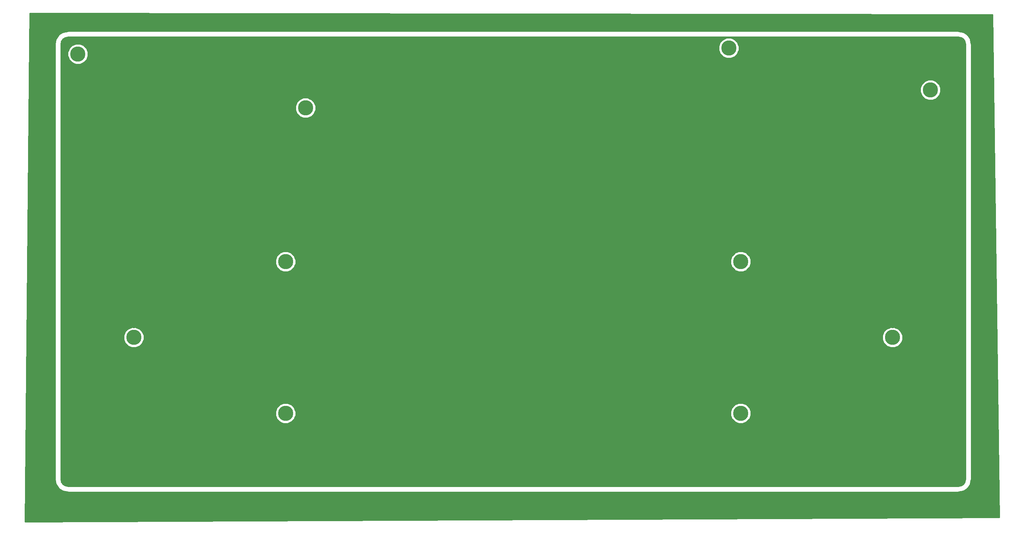
<source format=gtl>
G04 #@! TF.FileFunction,Copper,L1,Top,Signal*
%FSLAX46Y46*%
G04 Gerber Fmt 4.6, Leading zero omitted, Abs format (unit mm)*
G04 Created by KiCad (PCBNEW 4.0.7) date 09/10/18 23:50:29*
%MOMM*%
%LPD*%
G01*
G04 APERTURE LIST*
%ADD10C,0.100000*%
%ADD11C,3.800000*%
%ADD12C,0.254000*%
G04 APERTURE END LIST*
D10*
D11*
X243500000Y-111500000D03*
X202500000Y-39000000D03*
X96500000Y-54000000D03*
X39500000Y-40500000D03*
X205500000Y-92500000D03*
X91500000Y-92500000D03*
X53500000Y-111500000D03*
X91500000Y-130500000D03*
X205500000Y-130500000D03*
X253000000Y-49500000D03*
D12*
G36*
X268574697Y-30626793D02*
X270271286Y-156573578D01*
X26228204Y-157672421D01*
X27352768Y-38000000D01*
X33790000Y-38000000D01*
X33790000Y-147000000D01*
X33803642Y-147068584D01*
X33803642Y-147138514D01*
X33993943Y-148095223D01*
X34068907Y-148276200D01*
X34099958Y-148351164D01*
X34641889Y-149162222D01*
X34837778Y-149358110D01*
X35648836Y-149900042D01*
X35754851Y-149943955D01*
X35904777Y-150006057D01*
X36861486Y-150196358D01*
X36931416Y-150196358D01*
X37000000Y-150210000D01*
X260000000Y-150210000D01*
X260068584Y-150196358D01*
X260138514Y-150196358D01*
X261095223Y-150006057D01*
X261276200Y-149931093D01*
X261351164Y-149900042D01*
X262162222Y-149358111D01*
X262358110Y-149162222D01*
X262900042Y-148351164D01*
X262972008Y-148177424D01*
X263006057Y-148095223D01*
X263196358Y-147138514D01*
X263196358Y-147068584D01*
X263210000Y-147000000D01*
X263210000Y-38000000D01*
X263196358Y-37931416D01*
X263196358Y-37861486D01*
X263006057Y-36904777D01*
X262900042Y-36648837D01*
X262900042Y-36648836D01*
X262358110Y-35837778D01*
X262292037Y-35771705D01*
X262162222Y-35641889D01*
X261351164Y-35099958D01*
X261276200Y-35068907D01*
X261095223Y-34993943D01*
X260138514Y-34803642D01*
X260068584Y-34803642D01*
X260000000Y-34790000D01*
X37000000Y-34790000D01*
X36931416Y-34803642D01*
X35904777Y-34993943D01*
X35754851Y-35056045D01*
X35648836Y-35099958D01*
X34837778Y-35641890D01*
X34641889Y-35837778D01*
X34099958Y-36648836D01*
X34099958Y-36648837D01*
X33993943Y-36904777D01*
X33803642Y-37861486D01*
X33803642Y-37931416D01*
X33790000Y-38000000D01*
X27352768Y-38000000D01*
X27425810Y-30227209D01*
X268574697Y-30626793D01*
X268574697Y-30626793D01*
G37*
X268574697Y-30626793D02*
X270271286Y-156573578D01*
X26228204Y-157672421D01*
X27352768Y-38000000D01*
X33790000Y-38000000D01*
X33790000Y-147000000D01*
X33803642Y-147068584D01*
X33803642Y-147138514D01*
X33993943Y-148095223D01*
X34068907Y-148276200D01*
X34099958Y-148351164D01*
X34641889Y-149162222D01*
X34837778Y-149358110D01*
X35648836Y-149900042D01*
X35754851Y-149943955D01*
X35904777Y-150006057D01*
X36861486Y-150196358D01*
X36931416Y-150196358D01*
X37000000Y-150210000D01*
X260000000Y-150210000D01*
X260068584Y-150196358D01*
X260138514Y-150196358D01*
X261095223Y-150006057D01*
X261276200Y-149931093D01*
X261351164Y-149900042D01*
X262162222Y-149358111D01*
X262358110Y-149162222D01*
X262900042Y-148351164D01*
X262972008Y-148177424D01*
X263006057Y-148095223D01*
X263196358Y-147138514D01*
X263196358Y-147068584D01*
X263210000Y-147000000D01*
X263210000Y-38000000D01*
X263196358Y-37931416D01*
X263196358Y-37861486D01*
X263006057Y-36904777D01*
X262900042Y-36648837D01*
X262900042Y-36648836D01*
X262358110Y-35837778D01*
X262292037Y-35771705D01*
X262162222Y-35641889D01*
X261351164Y-35099958D01*
X261276200Y-35068907D01*
X261095223Y-34993943D01*
X260138514Y-34803642D01*
X260068584Y-34803642D01*
X260000000Y-34790000D01*
X37000000Y-34790000D01*
X36931416Y-34803642D01*
X35904777Y-34993943D01*
X35754851Y-35056045D01*
X35648836Y-35099958D01*
X34837778Y-35641890D01*
X34641889Y-35837778D01*
X34099958Y-36648836D01*
X34099958Y-36648837D01*
X33993943Y-36904777D01*
X33803642Y-37861486D01*
X33803642Y-37931416D01*
X33790000Y-38000000D01*
X27352768Y-38000000D01*
X27425810Y-30227209D01*
X268574697Y-30626793D01*
G36*
X260679682Y-36359107D02*
X261255885Y-36744114D01*
X261640893Y-37320319D01*
X261790000Y-38069931D01*
X261790000Y-146930069D01*
X261640893Y-147679681D01*
X261255885Y-148255886D01*
X260679682Y-148640893D01*
X259930069Y-148790000D01*
X37069931Y-148790000D01*
X36320319Y-148640893D01*
X35744114Y-148255885D01*
X35359107Y-147679682D01*
X35210000Y-146930069D01*
X35210000Y-130020843D01*
X88960138Y-130020843D01*
X88964989Y-130511510D01*
X88964561Y-131002031D01*
X88969968Y-131015117D01*
X88970108Y-131029279D01*
X89336839Y-131914647D01*
X89343157Y-131918304D01*
X89349678Y-131934086D01*
X90062163Y-132647816D01*
X90080998Y-132655637D01*
X90085353Y-132663161D01*
X90540500Y-132846438D01*
X90993545Y-133034559D01*
X91007704Y-133034571D01*
X91020843Y-133039862D01*
X91511510Y-133035011D01*
X92002031Y-133035439D01*
X92015117Y-133030032D01*
X92029279Y-133029892D01*
X92914647Y-132663161D01*
X92918304Y-132656843D01*
X92934086Y-132650322D01*
X93647816Y-131937837D01*
X93655637Y-131919002D01*
X93663161Y-131914647D01*
X93846438Y-131459500D01*
X94034559Y-131006455D01*
X94034571Y-130992296D01*
X94039862Y-130979157D01*
X94035011Y-130488490D01*
X94035419Y-130020843D01*
X202960138Y-130020843D01*
X202964989Y-130511510D01*
X202964561Y-131002031D01*
X202969968Y-131015117D01*
X202970108Y-131029279D01*
X203336839Y-131914647D01*
X203343157Y-131918304D01*
X203349678Y-131934086D01*
X204062163Y-132647816D01*
X204080998Y-132655637D01*
X204085353Y-132663161D01*
X204540500Y-132846438D01*
X204993545Y-133034559D01*
X205007704Y-133034571D01*
X205020843Y-133039862D01*
X205511510Y-133035011D01*
X206002031Y-133035439D01*
X206015117Y-133030032D01*
X206029279Y-133029892D01*
X206914647Y-132663161D01*
X206918304Y-132656843D01*
X206934086Y-132650322D01*
X207647816Y-131937837D01*
X207655637Y-131919002D01*
X207663161Y-131914647D01*
X207846438Y-131459500D01*
X208034559Y-131006455D01*
X208034571Y-130992296D01*
X208039862Y-130979157D01*
X208035011Y-130488490D01*
X208035439Y-129997969D01*
X208030032Y-129984883D01*
X208029892Y-129970721D01*
X207663161Y-129085353D01*
X207656843Y-129081696D01*
X207650322Y-129065914D01*
X206937837Y-128352184D01*
X206919002Y-128344363D01*
X206914647Y-128336839D01*
X206459500Y-128153562D01*
X206006455Y-127965441D01*
X205992296Y-127965429D01*
X205979157Y-127960138D01*
X205488490Y-127964989D01*
X204997969Y-127964561D01*
X204984883Y-127969968D01*
X204970721Y-127970108D01*
X204085353Y-128336839D01*
X204081696Y-128343157D01*
X204065914Y-128349678D01*
X203352184Y-129062163D01*
X203344363Y-129080998D01*
X203336839Y-129085353D01*
X203153562Y-129540500D01*
X202965441Y-129993545D01*
X202965429Y-130007704D01*
X202960138Y-130020843D01*
X94035419Y-130020843D01*
X94035439Y-129997969D01*
X94030032Y-129984883D01*
X94029892Y-129970721D01*
X93663161Y-129085353D01*
X93656843Y-129081696D01*
X93650322Y-129065914D01*
X92937837Y-128352184D01*
X92919002Y-128344363D01*
X92914647Y-128336839D01*
X92459500Y-128153562D01*
X92006455Y-127965441D01*
X91992296Y-127965429D01*
X91979157Y-127960138D01*
X91488490Y-127964989D01*
X90997969Y-127964561D01*
X90984883Y-127969968D01*
X90970721Y-127970108D01*
X90085353Y-128336839D01*
X90081696Y-128343157D01*
X90065914Y-128349678D01*
X89352184Y-129062163D01*
X89344363Y-129080998D01*
X89336839Y-129085353D01*
X89153562Y-129540500D01*
X88965441Y-129993545D01*
X88965429Y-130007704D01*
X88960138Y-130020843D01*
X35210000Y-130020843D01*
X35210000Y-111020843D01*
X50960138Y-111020843D01*
X50964989Y-111511510D01*
X50964561Y-112002031D01*
X50969968Y-112015117D01*
X50970108Y-112029279D01*
X51336839Y-112914647D01*
X51343157Y-112918304D01*
X51349678Y-112934086D01*
X52062163Y-113647816D01*
X52080998Y-113655637D01*
X52085353Y-113663161D01*
X52540500Y-113846438D01*
X52993545Y-114034559D01*
X53007704Y-114034571D01*
X53020843Y-114039862D01*
X53511510Y-114035011D01*
X54002031Y-114035439D01*
X54015117Y-114030032D01*
X54029279Y-114029892D01*
X54914647Y-113663161D01*
X54918304Y-113656843D01*
X54934086Y-113650322D01*
X55647816Y-112937837D01*
X55655637Y-112919002D01*
X55663161Y-112914647D01*
X55846438Y-112459500D01*
X56034559Y-112006455D01*
X56034571Y-111992296D01*
X56039862Y-111979157D01*
X56035011Y-111488490D01*
X56035419Y-111020843D01*
X240960138Y-111020843D01*
X240964989Y-111511510D01*
X240964561Y-112002031D01*
X240969968Y-112015117D01*
X240970108Y-112029279D01*
X241336839Y-112914647D01*
X241343157Y-112918304D01*
X241349678Y-112934086D01*
X242062163Y-113647816D01*
X242080998Y-113655637D01*
X242085353Y-113663161D01*
X242540500Y-113846438D01*
X242993545Y-114034559D01*
X243007704Y-114034571D01*
X243020843Y-114039862D01*
X243511510Y-114035011D01*
X244002031Y-114035439D01*
X244015117Y-114030032D01*
X244029279Y-114029892D01*
X244914647Y-113663161D01*
X244918304Y-113656843D01*
X244934086Y-113650322D01*
X245647816Y-112937837D01*
X245655637Y-112919002D01*
X245663161Y-112914647D01*
X245846438Y-112459500D01*
X246034559Y-112006455D01*
X246034571Y-111992296D01*
X246039862Y-111979157D01*
X246035011Y-111488490D01*
X246035439Y-110997969D01*
X246030032Y-110984883D01*
X246029892Y-110970721D01*
X245663161Y-110085353D01*
X245656843Y-110081696D01*
X245650322Y-110065914D01*
X244937837Y-109352184D01*
X244919002Y-109344363D01*
X244914647Y-109336839D01*
X244459500Y-109153562D01*
X244006455Y-108965441D01*
X243992296Y-108965429D01*
X243979157Y-108960138D01*
X243488490Y-108964989D01*
X242997969Y-108964561D01*
X242984883Y-108969968D01*
X242970721Y-108970108D01*
X242085353Y-109336839D01*
X242081696Y-109343157D01*
X242065914Y-109349678D01*
X241352184Y-110062163D01*
X241344363Y-110080998D01*
X241336839Y-110085353D01*
X241153562Y-110540500D01*
X240965441Y-110993545D01*
X240965429Y-111007704D01*
X240960138Y-111020843D01*
X56035419Y-111020843D01*
X56035439Y-110997969D01*
X56030032Y-110984883D01*
X56029892Y-110970721D01*
X55663161Y-110085353D01*
X55656843Y-110081696D01*
X55650322Y-110065914D01*
X54937837Y-109352184D01*
X54919002Y-109344363D01*
X54914647Y-109336839D01*
X54459500Y-109153562D01*
X54006455Y-108965441D01*
X53992296Y-108965429D01*
X53979157Y-108960138D01*
X53488490Y-108964989D01*
X52997969Y-108964561D01*
X52984883Y-108969968D01*
X52970721Y-108970108D01*
X52085353Y-109336839D01*
X52081696Y-109343157D01*
X52065914Y-109349678D01*
X51352184Y-110062163D01*
X51344363Y-110080998D01*
X51336839Y-110085353D01*
X51153562Y-110540500D01*
X50965441Y-110993545D01*
X50965429Y-111007704D01*
X50960138Y-111020843D01*
X35210000Y-111020843D01*
X35210000Y-92020843D01*
X88960138Y-92020843D01*
X88964989Y-92511510D01*
X88964561Y-93002031D01*
X88969968Y-93015117D01*
X88970108Y-93029279D01*
X89336839Y-93914647D01*
X89343157Y-93918304D01*
X89349678Y-93934086D01*
X90062163Y-94647816D01*
X90080998Y-94655637D01*
X90085353Y-94663161D01*
X90540500Y-94846438D01*
X90993545Y-95034559D01*
X91007704Y-95034571D01*
X91020843Y-95039862D01*
X91511510Y-95035011D01*
X92002031Y-95035439D01*
X92015117Y-95030032D01*
X92029279Y-95029892D01*
X92914647Y-94663161D01*
X92918304Y-94656843D01*
X92934086Y-94650322D01*
X93647816Y-93937837D01*
X93655637Y-93919002D01*
X93663161Y-93914647D01*
X93846438Y-93459500D01*
X94034559Y-93006455D01*
X94034571Y-92992296D01*
X94039862Y-92979157D01*
X94035011Y-92488490D01*
X94035419Y-92020843D01*
X202960138Y-92020843D01*
X202964989Y-92511510D01*
X202964561Y-93002031D01*
X202969968Y-93015117D01*
X202970108Y-93029279D01*
X203336839Y-93914647D01*
X203343157Y-93918304D01*
X203349678Y-93934086D01*
X204062163Y-94647816D01*
X204080998Y-94655637D01*
X204085353Y-94663161D01*
X204540500Y-94846438D01*
X204993545Y-95034559D01*
X205007704Y-95034571D01*
X205020843Y-95039862D01*
X205511510Y-95035011D01*
X206002031Y-95035439D01*
X206015117Y-95030032D01*
X206029279Y-95029892D01*
X206914647Y-94663161D01*
X206918304Y-94656843D01*
X206934086Y-94650322D01*
X207647816Y-93937837D01*
X207655637Y-93919002D01*
X207663161Y-93914647D01*
X207846438Y-93459500D01*
X208034559Y-93006455D01*
X208034571Y-92992296D01*
X208039862Y-92979157D01*
X208035011Y-92488490D01*
X208035439Y-91997969D01*
X208030032Y-91984883D01*
X208029892Y-91970721D01*
X207663161Y-91085353D01*
X207656843Y-91081696D01*
X207650322Y-91065914D01*
X206937837Y-90352184D01*
X206919002Y-90344363D01*
X206914647Y-90336839D01*
X206459500Y-90153562D01*
X206006455Y-89965441D01*
X205992296Y-89965429D01*
X205979157Y-89960138D01*
X205488490Y-89964989D01*
X204997969Y-89964561D01*
X204984883Y-89969968D01*
X204970721Y-89970108D01*
X204085353Y-90336839D01*
X204081696Y-90343157D01*
X204065914Y-90349678D01*
X203352184Y-91062163D01*
X203344363Y-91080998D01*
X203336839Y-91085353D01*
X203153562Y-91540500D01*
X202965441Y-91993545D01*
X202965429Y-92007704D01*
X202960138Y-92020843D01*
X94035419Y-92020843D01*
X94035439Y-91997969D01*
X94030032Y-91984883D01*
X94029892Y-91970721D01*
X93663161Y-91085353D01*
X93656843Y-91081696D01*
X93650322Y-91065914D01*
X92937837Y-90352184D01*
X92919002Y-90344363D01*
X92914647Y-90336839D01*
X92459500Y-90153562D01*
X92006455Y-89965441D01*
X91992296Y-89965429D01*
X91979157Y-89960138D01*
X91488490Y-89964989D01*
X90997969Y-89964561D01*
X90984883Y-89969968D01*
X90970721Y-89970108D01*
X90085353Y-90336839D01*
X90081696Y-90343157D01*
X90065914Y-90349678D01*
X89352184Y-91062163D01*
X89344363Y-91080998D01*
X89336839Y-91085353D01*
X89153562Y-91540500D01*
X88965441Y-91993545D01*
X88965429Y-92007704D01*
X88960138Y-92020843D01*
X35210000Y-92020843D01*
X35210000Y-53520843D01*
X93960138Y-53520843D01*
X93964989Y-54011510D01*
X93964561Y-54502031D01*
X93969968Y-54515117D01*
X93970108Y-54529279D01*
X94336839Y-55414647D01*
X94343157Y-55418304D01*
X94349678Y-55434086D01*
X95062163Y-56147816D01*
X95080998Y-56155637D01*
X95085353Y-56163161D01*
X95540500Y-56346438D01*
X95993545Y-56534559D01*
X96007704Y-56534571D01*
X96020843Y-56539862D01*
X96511510Y-56535011D01*
X97002031Y-56535439D01*
X97015117Y-56530032D01*
X97029279Y-56529892D01*
X97914647Y-56163161D01*
X97918304Y-56156843D01*
X97934086Y-56150322D01*
X98647816Y-55437837D01*
X98655637Y-55419002D01*
X98663161Y-55414647D01*
X98846438Y-54959500D01*
X99034559Y-54506455D01*
X99034571Y-54492296D01*
X99039862Y-54479157D01*
X99035011Y-53988490D01*
X99035439Y-53497969D01*
X99030032Y-53484883D01*
X99029892Y-53470721D01*
X98663161Y-52585353D01*
X98656843Y-52581696D01*
X98650322Y-52565914D01*
X97937837Y-51852184D01*
X97919002Y-51844363D01*
X97914647Y-51836839D01*
X97459500Y-51653562D01*
X97006455Y-51465441D01*
X96992296Y-51465429D01*
X96979157Y-51460138D01*
X96488490Y-51464989D01*
X95997969Y-51464561D01*
X95984883Y-51469968D01*
X95970721Y-51470108D01*
X95085353Y-51836839D01*
X95081696Y-51843157D01*
X95065914Y-51849678D01*
X94352184Y-52562163D01*
X94344363Y-52580998D01*
X94336839Y-52585353D01*
X94153562Y-53040500D01*
X93965441Y-53493545D01*
X93965429Y-53507704D01*
X93960138Y-53520843D01*
X35210000Y-53520843D01*
X35210000Y-49020843D01*
X250460138Y-49020843D01*
X250464989Y-49511510D01*
X250464561Y-50002031D01*
X250469968Y-50015117D01*
X250470108Y-50029279D01*
X250836839Y-50914647D01*
X250843157Y-50918304D01*
X250849678Y-50934086D01*
X251562163Y-51647816D01*
X251580998Y-51655637D01*
X251585353Y-51663161D01*
X252040500Y-51846438D01*
X252493545Y-52034559D01*
X252507704Y-52034571D01*
X252520843Y-52039862D01*
X253011510Y-52035011D01*
X253502031Y-52035439D01*
X253515117Y-52030032D01*
X253529279Y-52029892D01*
X254414647Y-51663161D01*
X254418304Y-51656843D01*
X254434086Y-51650322D01*
X255147816Y-50937837D01*
X255155637Y-50919002D01*
X255163161Y-50914647D01*
X255346438Y-50459500D01*
X255534559Y-50006455D01*
X255534571Y-49992296D01*
X255539862Y-49979157D01*
X255535011Y-49488490D01*
X255535439Y-48997969D01*
X255530032Y-48984883D01*
X255529892Y-48970721D01*
X255163161Y-48085353D01*
X255156843Y-48081696D01*
X255150322Y-48065914D01*
X254437837Y-47352184D01*
X254419002Y-47344363D01*
X254414647Y-47336839D01*
X253959500Y-47153562D01*
X253506455Y-46965441D01*
X253492296Y-46965429D01*
X253479157Y-46960138D01*
X252988490Y-46964989D01*
X252497969Y-46964561D01*
X252484883Y-46969968D01*
X252470721Y-46970108D01*
X251585353Y-47336839D01*
X251581696Y-47343157D01*
X251565914Y-47349678D01*
X250852184Y-48062163D01*
X250844363Y-48080998D01*
X250836839Y-48085353D01*
X250653562Y-48540500D01*
X250465441Y-48993545D01*
X250465429Y-49007704D01*
X250460138Y-49020843D01*
X35210000Y-49020843D01*
X35210000Y-40020843D01*
X36960138Y-40020843D01*
X36964989Y-40511510D01*
X36964561Y-41002031D01*
X36969968Y-41015117D01*
X36970108Y-41029279D01*
X37336839Y-41914647D01*
X37343157Y-41918304D01*
X37349678Y-41934086D01*
X38062163Y-42647816D01*
X38080998Y-42655637D01*
X38085353Y-42663161D01*
X38540500Y-42846438D01*
X38993545Y-43034559D01*
X39007704Y-43034571D01*
X39020843Y-43039862D01*
X39511510Y-43035011D01*
X40002031Y-43035439D01*
X40015117Y-43030032D01*
X40029279Y-43029892D01*
X40914647Y-42663161D01*
X40918304Y-42656843D01*
X40934086Y-42650322D01*
X41647816Y-41937837D01*
X41655637Y-41919002D01*
X41663161Y-41914647D01*
X41846438Y-41459500D01*
X42034559Y-41006455D01*
X42034571Y-40992296D01*
X42039862Y-40979157D01*
X42035011Y-40488490D01*
X42035439Y-39997969D01*
X42030032Y-39984883D01*
X42029892Y-39970721D01*
X41663161Y-39085353D01*
X41656843Y-39081696D01*
X41650322Y-39065914D01*
X41106202Y-38520843D01*
X199960138Y-38520843D01*
X199964989Y-39011510D01*
X199964561Y-39502031D01*
X199969968Y-39515117D01*
X199970108Y-39529279D01*
X200336839Y-40414647D01*
X200343157Y-40418304D01*
X200349678Y-40434086D01*
X201062163Y-41147816D01*
X201080998Y-41155637D01*
X201085353Y-41163161D01*
X201540500Y-41346438D01*
X201993545Y-41534559D01*
X202007704Y-41534571D01*
X202020843Y-41539862D01*
X202511510Y-41535011D01*
X203002031Y-41535439D01*
X203015117Y-41530032D01*
X203029279Y-41529892D01*
X203914647Y-41163161D01*
X203918304Y-41156843D01*
X203934086Y-41150322D01*
X204647816Y-40437837D01*
X204655637Y-40419002D01*
X204663161Y-40414647D01*
X204846438Y-39959500D01*
X205034559Y-39506455D01*
X205034571Y-39492296D01*
X205039862Y-39479157D01*
X205035011Y-38988490D01*
X205035439Y-38497969D01*
X205030032Y-38484883D01*
X205029892Y-38470721D01*
X204663161Y-37585353D01*
X204656843Y-37581696D01*
X204650322Y-37565914D01*
X203937837Y-36852184D01*
X203919002Y-36844363D01*
X203914647Y-36836839D01*
X203459500Y-36653562D01*
X203006455Y-36465441D01*
X202992296Y-36465429D01*
X202979157Y-36460138D01*
X202488490Y-36464989D01*
X201997969Y-36464561D01*
X201984883Y-36469968D01*
X201970721Y-36470108D01*
X201085353Y-36836839D01*
X201081696Y-36843157D01*
X201065914Y-36849678D01*
X200352184Y-37562163D01*
X200344363Y-37580998D01*
X200336839Y-37585353D01*
X200153562Y-38040500D01*
X199965441Y-38493545D01*
X199965429Y-38507704D01*
X199960138Y-38520843D01*
X41106202Y-38520843D01*
X40937837Y-38352184D01*
X40919002Y-38344363D01*
X40914647Y-38336839D01*
X40459500Y-38153562D01*
X40006455Y-37965441D01*
X39992296Y-37965429D01*
X39979157Y-37960138D01*
X39488490Y-37964989D01*
X38997969Y-37964561D01*
X38984883Y-37969968D01*
X38970721Y-37970108D01*
X38085353Y-38336839D01*
X38081696Y-38343157D01*
X38065914Y-38349678D01*
X37352184Y-39062163D01*
X37344363Y-39080998D01*
X37336839Y-39085353D01*
X37153562Y-39540500D01*
X36965441Y-39993545D01*
X36965429Y-40007704D01*
X36960138Y-40020843D01*
X35210000Y-40020843D01*
X35210000Y-38069931D01*
X35359107Y-37320318D01*
X35744114Y-36744115D01*
X36320319Y-36359107D01*
X37069931Y-36210000D01*
X259930069Y-36210000D01*
X260679682Y-36359107D01*
X260679682Y-36359107D01*
G37*
X260679682Y-36359107D02*
X261255885Y-36744114D01*
X261640893Y-37320319D01*
X261790000Y-38069931D01*
X261790000Y-146930069D01*
X261640893Y-147679681D01*
X261255885Y-148255886D01*
X260679682Y-148640893D01*
X259930069Y-148790000D01*
X37069931Y-148790000D01*
X36320319Y-148640893D01*
X35744114Y-148255885D01*
X35359107Y-147679682D01*
X35210000Y-146930069D01*
X35210000Y-130020843D01*
X88960138Y-130020843D01*
X88964989Y-130511510D01*
X88964561Y-131002031D01*
X88969968Y-131015117D01*
X88970108Y-131029279D01*
X89336839Y-131914647D01*
X89343157Y-131918304D01*
X89349678Y-131934086D01*
X90062163Y-132647816D01*
X90080998Y-132655637D01*
X90085353Y-132663161D01*
X90540500Y-132846438D01*
X90993545Y-133034559D01*
X91007704Y-133034571D01*
X91020843Y-133039862D01*
X91511510Y-133035011D01*
X92002031Y-133035439D01*
X92015117Y-133030032D01*
X92029279Y-133029892D01*
X92914647Y-132663161D01*
X92918304Y-132656843D01*
X92934086Y-132650322D01*
X93647816Y-131937837D01*
X93655637Y-131919002D01*
X93663161Y-131914647D01*
X93846438Y-131459500D01*
X94034559Y-131006455D01*
X94034571Y-130992296D01*
X94039862Y-130979157D01*
X94035011Y-130488490D01*
X94035419Y-130020843D01*
X202960138Y-130020843D01*
X202964989Y-130511510D01*
X202964561Y-131002031D01*
X202969968Y-131015117D01*
X202970108Y-131029279D01*
X203336839Y-131914647D01*
X203343157Y-131918304D01*
X203349678Y-131934086D01*
X204062163Y-132647816D01*
X204080998Y-132655637D01*
X204085353Y-132663161D01*
X204540500Y-132846438D01*
X204993545Y-133034559D01*
X205007704Y-133034571D01*
X205020843Y-133039862D01*
X205511510Y-133035011D01*
X206002031Y-133035439D01*
X206015117Y-133030032D01*
X206029279Y-133029892D01*
X206914647Y-132663161D01*
X206918304Y-132656843D01*
X206934086Y-132650322D01*
X207647816Y-131937837D01*
X207655637Y-131919002D01*
X207663161Y-131914647D01*
X207846438Y-131459500D01*
X208034559Y-131006455D01*
X208034571Y-130992296D01*
X208039862Y-130979157D01*
X208035011Y-130488490D01*
X208035439Y-129997969D01*
X208030032Y-129984883D01*
X208029892Y-129970721D01*
X207663161Y-129085353D01*
X207656843Y-129081696D01*
X207650322Y-129065914D01*
X206937837Y-128352184D01*
X206919002Y-128344363D01*
X206914647Y-128336839D01*
X206459500Y-128153562D01*
X206006455Y-127965441D01*
X205992296Y-127965429D01*
X205979157Y-127960138D01*
X205488490Y-127964989D01*
X204997969Y-127964561D01*
X204984883Y-127969968D01*
X204970721Y-127970108D01*
X204085353Y-128336839D01*
X204081696Y-128343157D01*
X204065914Y-128349678D01*
X203352184Y-129062163D01*
X203344363Y-129080998D01*
X203336839Y-129085353D01*
X203153562Y-129540500D01*
X202965441Y-129993545D01*
X202965429Y-130007704D01*
X202960138Y-130020843D01*
X94035419Y-130020843D01*
X94035439Y-129997969D01*
X94030032Y-129984883D01*
X94029892Y-129970721D01*
X93663161Y-129085353D01*
X93656843Y-129081696D01*
X93650322Y-129065914D01*
X92937837Y-128352184D01*
X92919002Y-128344363D01*
X92914647Y-128336839D01*
X92459500Y-128153562D01*
X92006455Y-127965441D01*
X91992296Y-127965429D01*
X91979157Y-127960138D01*
X91488490Y-127964989D01*
X90997969Y-127964561D01*
X90984883Y-127969968D01*
X90970721Y-127970108D01*
X90085353Y-128336839D01*
X90081696Y-128343157D01*
X90065914Y-128349678D01*
X89352184Y-129062163D01*
X89344363Y-129080998D01*
X89336839Y-129085353D01*
X89153562Y-129540500D01*
X88965441Y-129993545D01*
X88965429Y-130007704D01*
X88960138Y-130020843D01*
X35210000Y-130020843D01*
X35210000Y-111020843D01*
X50960138Y-111020843D01*
X50964989Y-111511510D01*
X50964561Y-112002031D01*
X50969968Y-112015117D01*
X50970108Y-112029279D01*
X51336839Y-112914647D01*
X51343157Y-112918304D01*
X51349678Y-112934086D01*
X52062163Y-113647816D01*
X52080998Y-113655637D01*
X52085353Y-113663161D01*
X52540500Y-113846438D01*
X52993545Y-114034559D01*
X53007704Y-114034571D01*
X53020843Y-114039862D01*
X53511510Y-114035011D01*
X54002031Y-114035439D01*
X54015117Y-114030032D01*
X54029279Y-114029892D01*
X54914647Y-113663161D01*
X54918304Y-113656843D01*
X54934086Y-113650322D01*
X55647816Y-112937837D01*
X55655637Y-112919002D01*
X55663161Y-112914647D01*
X55846438Y-112459500D01*
X56034559Y-112006455D01*
X56034571Y-111992296D01*
X56039862Y-111979157D01*
X56035011Y-111488490D01*
X56035419Y-111020843D01*
X240960138Y-111020843D01*
X240964989Y-111511510D01*
X240964561Y-112002031D01*
X240969968Y-112015117D01*
X240970108Y-112029279D01*
X241336839Y-112914647D01*
X241343157Y-112918304D01*
X241349678Y-112934086D01*
X242062163Y-113647816D01*
X242080998Y-113655637D01*
X242085353Y-113663161D01*
X242540500Y-113846438D01*
X242993545Y-114034559D01*
X243007704Y-114034571D01*
X243020843Y-114039862D01*
X243511510Y-114035011D01*
X244002031Y-114035439D01*
X244015117Y-114030032D01*
X244029279Y-114029892D01*
X244914647Y-113663161D01*
X244918304Y-113656843D01*
X244934086Y-113650322D01*
X245647816Y-112937837D01*
X245655637Y-112919002D01*
X245663161Y-112914647D01*
X245846438Y-112459500D01*
X246034559Y-112006455D01*
X246034571Y-111992296D01*
X246039862Y-111979157D01*
X246035011Y-111488490D01*
X246035439Y-110997969D01*
X246030032Y-110984883D01*
X246029892Y-110970721D01*
X245663161Y-110085353D01*
X245656843Y-110081696D01*
X245650322Y-110065914D01*
X244937837Y-109352184D01*
X244919002Y-109344363D01*
X244914647Y-109336839D01*
X244459500Y-109153562D01*
X244006455Y-108965441D01*
X243992296Y-108965429D01*
X243979157Y-108960138D01*
X243488490Y-108964989D01*
X242997969Y-108964561D01*
X242984883Y-108969968D01*
X242970721Y-108970108D01*
X242085353Y-109336839D01*
X242081696Y-109343157D01*
X242065914Y-109349678D01*
X241352184Y-110062163D01*
X241344363Y-110080998D01*
X241336839Y-110085353D01*
X241153562Y-110540500D01*
X240965441Y-110993545D01*
X240965429Y-111007704D01*
X240960138Y-111020843D01*
X56035419Y-111020843D01*
X56035439Y-110997969D01*
X56030032Y-110984883D01*
X56029892Y-110970721D01*
X55663161Y-110085353D01*
X55656843Y-110081696D01*
X55650322Y-110065914D01*
X54937837Y-109352184D01*
X54919002Y-109344363D01*
X54914647Y-109336839D01*
X54459500Y-109153562D01*
X54006455Y-108965441D01*
X53992296Y-108965429D01*
X53979157Y-108960138D01*
X53488490Y-108964989D01*
X52997969Y-108964561D01*
X52984883Y-108969968D01*
X52970721Y-108970108D01*
X52085353Y-109336839D01*
X52081696Y-109343157D01*
X52065914Y-109349678D01*
X51352184Y-110062163D01*
X51344363Y-110080998D01*
X51336839Y-110085353D01*
X51153562Y-110540500D01*
X50965441Y-110993545D01*
X50965429Y-111007704D01*
X50960138Y-111020843D01*
X35210000Y-111020843D01*
X35210000Y-92020843D01*
X88960138Y-92020843D01*
X88964989Y-92511510D01*
X88964561Y-93002031D01*
X88969968Y-93015117D01*
X88970108Y-93029279D01*
X89336839Y-93914647D01*
X89343157Y-93918304D01*
X89349678Y-93934086D01*
X90062163Y-94647816D01*
X90080998Y-94655637D01*
X90085353Y-94663161D01*
X90540500Y-94846438D01*
X90993545Y-95034559D01*
X91007704Y-95034571D01*
X91020843Y-95039862D01*
X91511510Y-95035011D01*
X92002031Y-95035439D01*
X92015117Y-95030032D01*
X92029279Y-95029892D01*
X92914647Y-94663161D01*
X92918304Y-94656843D01*
X92934086Y-94650322D01*
X93647816Y-93937837D01*
X93655637Y-93919002D01*
X93663161Y-93914647D01*
X93846438Y-93459500D01*
X94034559Y-93006455D01*
X94034571Y-92992296D01*
X94039862Y-92979157D01*
X94035011Y-92488490D01*
X94035419Y-92020843D01*
X202960138Y-92020843D01*
X202964989Y-92511510D01*
X202964561Y-93002031D01*
X202969968Y-93015117D01*
X202970108Y-93029279D01*
X203336839Y-93914647D01*
X203343157Y-93918304D01*
X203349678Y-93934086D01*
X204062163Y-94647816D01*
X204080998Y-94655637D01*
X204085353Y-94663161D01*
X204540500Y-94846438D01*
X204993545Y-95034559D01*
X205007704Y-95034571D01*
X205020843Y-95039862D01*
X205511510Y-95035011D01*
X206002031Y-95035439D01*
X206015117Y-95030032D01*
X206029279Y-95029892D01*
X206914647Y-94663161D01*
X206918304Y-94656843D01*
X206934086Y-94650322D01*
X207647816Y-93937837D01*
X207655637Y-93919002D01*
X207663161Y-93914647D01*
X207846438Y-93459500D01*
X208034559Y-93006455D01*
X208034571Y-92992296D01*
X208039862Y-92979157D01*
X208035011Y-92488490D01*
X208035439Y-91997969D01*
X208030032Y-91984883D01*
X208029892Y-91970721D01*
X207663161Y-91085353D01*
X207656843Y-91081696D01*
X207650322Y-91065914D01*
X206937837Y-90352184D01*
X206919002Y-90344363D01*
X206914647Y-90336839D01*
X206459500Y-90153562D01*
X206006455Y-89965441D01*
X205992296Y-89965429D01*
X205979157Y-89960138D01*
X205488490Y-89964989D01*
X204997969Y-89964561D01*
X204984883Y-89969968D01*
X204970721Y-89970108D01*
X204085353Y-90336839D01*
X204081696Y-90343157D01*
X204065914Y-90349678D01*
X203352184Y-91062163D01*
X203344363Y-91080998D01*
X203336839Y-91085353D01*
X203153562Y-91540500D01*
X202965441Y-91993545D01*
X202965429Y-92007704D01*
X202960138Y-92020843D01*
X94035419Y-92020843D01*
X94035439Y-91997969D01*
X94030032Y-91984883D01*
X94029892Y-91970721D01*
X93663161Y-91085353D01*
X93656843Y-91081696D01*
X93650322Y-91065914D01*
X92937837Y-90352184D01*
X92919002Y-90344363D01*
X92914647Y-90336839D01*
X92459500Y-90153562D01*
X92006455Y-89965441D01*
X91992296Y-89965429D01*
X91979157Y-89960138D01*
X91488490Y-89964989D01*
X90997969Y-89964561D01*
X90984883Y-89969968D01*
X90970721Y-89970108D01*
X90085353Y-90336839D01*
X90081696Y-90343157D01*
X90065914Y-90349678D01*
X89352184Y-91062163D01*
X89344363Y-91080998D01*
X89336839Y-91085353D01*
X89153562Y-91540500D01*
X88965441Y-91993545D01*
X88965429Y-92007704D01*
X88960138Y-92020843D01*
X35210000Y-92020843D01*
X35210000Y-53520843D01*
X93960138Y-53520843D01*
X93964989Y-54011510D01*
X93964561Y-54502031D01*
X93969968Y-54515117D01*
X93970108Y-54529279D01*
X94336839Y-55414647D01*
X94343157Y-55418304D01*
X94349678Y-55434086D01*
X95062163Y-56147816D01*
X95080998Y-56155637D01*
X95085353Y-56163161D01*
X95540500Y-56346438D01*
X95993545Y-56534559D01*
X96007704Y-56534571D01*
X96020843Y-56539862D01*
X96511510Y-56535011D01*
X97002031Y-56535439D01*
X97015117Y-56530032D01*
X97029279Y-56529892D01*
X97914647Y-56163161D01*
X97918304Y-56156843D01*
X97934086Y-56150322D01*
X98647816Y-55437837D01*
X98655637Y-55419002D01*
X98663161Y-55414647D01*
X98846438Y-54959500D01*
X99034559Y-54506455D01*
X99034571Y-54492296D01*
X99039862Y-54479157D01*
X99035011Y-53988490D01*
X99035439Y-53497969D01*
X99030032Y-53484883D01*
X99029892Y-53470721D01*
X98663161Y-52585353D01*
X98656843Y-52581696D01*
X98650322Y-52565914D01*
X97937837Y-51852184D01*
X97919002Y-51844363D01*
X97914647Y-51836839D01*
X97459500Y-51653562D01*
X97006455Y-51465441D01*
X96992296Y-51465429D01*
X96979157Y-51460138D01*
X96488490Y-51464989D01*
X95997969Y-51464561D01*
X95984883Y-51469968D01*
X95970721Y-51470108D01*
X95085353Y-51836839D01*
X95081696Y-51843157D01*
X95065914Y-51849678D01*
X94352184Y-52562163D01*
X94344363Y-52580998D01*
X94336839Y-52585353D01*
X94153562Y-53040500D01*
X93965441Y-53493545D01*
X93965429Y-53507704D01*
X93960138Y-53520843D01*
X35210000Y-53520843D01*
X35210000Y-49020843D01*
X250460138Y-49020843D01*
X250464989Y-49511510D01*
X250464561Y-50002031D01*
X250469968Y-50015117D01*
X250470108Y-50029279D01*
X250836839Y-50914647D01*
X250843157Y-50918304D01*
X250849678Y-50934086D01*
X251562163Y-51647816D01*
X251580998Y-51655637D01*
X251585353Y-51663161D01*
X252040500Y-51846438D01*
X252493545Y-52034559D01*
X252507704Y-52034571D01*
X252520843Y-52039862D01*
X253011510Y-52035011D01*
X253502031Y-52035439D01*
X253515117Y-52030032D01*
X253529279Y-52029892D01*
X254414647Y-51663161D01*
X254418304Y-51656843D01*
X254434086Y-51650322D01*
X255147816Y-50937837D01*
X255155637Y-50919002D01*
X255163161Y-50914647D01*
X255346438Y-50459500D01*
X255534559Y-50006455D01*
X255534571Y-49992296D01*
X255539862Y-49979157D01*
X255535011Y-49488490D01*
X255535439Y-48997969D01*
X255530032Y-48984883D01*
X255529892Y-48970721D01*
X255163161Y-48085353D01*
X255156843Y-48081696D01*
X255150322Y-48065914D01*
X254437837Y-47352184D01*
X254419002Y-47344363D01*
X254414647Y-47336839D01*
X253959500Y-47153562D01*
X253506455Y-46965441D01*
X253492296Y-46965429D01*
X253479157Y-46960138D01*
X252988490Y-46964989D01*
X252497969Y-46964561D01*
X252484883Y-46969968D01*
X252470721Y-46970108D01*
X251585353Y-47336839D01*
X251581696Y-47343157D01*
X251565914Y-47349678D01*
X250852184Y-48062163D01*
X250844363Y-48080998D01*
X250836839Y-48085353D01*
X250653562Y-48540500D01*
X250465441Y-48993545D01*
X250465429Y-49007704D01*
X250460138Y-49020843D01*
X35210000Y-49020843D01*
X35210000Y-40020843D01*
X36960138Y-40020843D01*
X36964989Y-40511510D01*
X36964561Y-41002031D01*
X36969968Y-41015117D01*
X36970108Y-41029279D01*
X37336839Y-41914647D01*
X37343157Y-41918304D01*
X37349678Y-41934086D01*
X38062163Y-42647816D01*
X38080998Y-42655637D01*
X38085353Y-42663161D01*
X38540500Y-42846438D01*
X38993545Y-43034559D01*
X39007704Y-43034571D01*
X39020843Y-43039862D01*
X39511510Y-43035011D01*
X40002031Y-43035439D01*
X40015117Y-43030032D01*
X40029279Y-43029892D01*
X40914647Y-42663161D01*
X40918304Y-42656843D01*
X40934086Y-42650322D01*
X41647816Y-41937837D01*
X41655637Y-41919002D01*
X41663161Y-41914647D01*
X41846438Y-41459500D01*
X42034559Y-41006455D01*
X42034571Y-40992296D01*
X42039862Y-40979157D01*
X42035011Y-40488490D01*
X42035439Y-39997969D01*
X42030032Y-39984883D01*
X42029892Y-39970721D01*
X41663161Y-39085353D01*
X41656843Y-39081696D01*
X41650322Y-39065914D01*
X41106202Y-38520843D01*
X199960138Y-38520843D01*
X199964989Y-39011510D01*
X199964561Y-39502031D01*
X199969968Y-39515117D01*
X199970108Y-39529279D01*
X200336839Y-40414647D01*
X200343157Y-40418304D01*
X200349678Y-40434086D01*
X201062163Y-41147816D01*
X201080998Y-41155637D01*
X201085353Y-41163161D01*
X201540500Y-41346438D01*
X201993545Y-41534559D01*
X202007704Y-41534571D01*
X202020843Y-41539862D01*
X202511510Y-41535011D01*
X203002031Y-41535439D01*
X203015117Y-41530032D01*
X203029279Y-41529892D01*
X203914647Y-41163161D01*
X203918304Y-41156843D01*
X203934086Y-41150322D01*
X204647816Y-40437837D01*
X204655637Y-40419002D01*
X204663161Y-40414647D01*
X204846438Y-39959500D01*
X205034559Y-39506455D01*
X205034571Y-39492296D01*
X205039862Y-39479157D01*
X205035011Y-38988490D01*
X205035439Y-38497969D01*
X205030032Y-38484883D01*
X205029892Y-38470721D01*
X204663161Y-37585353D01*
X204656843Y-37581696D01*
X204650322Y-37565914D01*
X203937837Y-36852184D01*
X203919002Y-36844363D01*
X203914647Y-36836839D01*
X203459500Y-36653562D01*
X203006455Y-36465441D01*
X202992296Y-36465429D01*
X202979157Y-36460138D01*
X202488490Y-36464989D01*
X201997969Y-36464561D01*
X201984883Y-36469968D01*
X201970721Y-36470108D01*
X201085353Y-36836839D01*
X201081696Y-36843157D01*
X201065914Y-36849678D01*
X200352184Y-37562163D01*
X200344363Y-37580998D01*
X200336839Y-37585353D01*
X200153562Y-38040500D01*
X199965441Y-38493545D01*
X199965429Y-38507704D01*
X199960138Y-38520843D01*
X41106202Y-38520843D01*
X40937837Y-38352184D01*
X40919002Y-38344363D01*
X40914647Y-38336839D01*
X40459500Y-38153562D01*
X40006455Y-37965441D01*
X39992296Y-37965429D01*
X39979157Y-37960138D01*
X39488490Y-37964989D01*
X38997969Y-37964561D01*
X38984883Y-37969968D01*
X38970721Y-37970108D01*
X38085353Y-38336839D01*
X38081696Y-38343157D01*
X38065914Y-38349678D01*
X37352184Y-39062163D01*
X37344363Y-39080998D01*
X37336839Y-39085353D01*
X37153562Y-39540500D01*
X36965441Y-39993545D01*
X36965429Y-40007704D01*
X36960138Y-40020843D01*
X35210000Y-40020843D01*
X35210000Y-38069931D01*
X35359107Y-37320318D01*
X35744114Y-36744115D01*
X36320319Y-36359107D01*
X37069931Y-36210000D01*
X259930069Y-36210000D01*
X260679682Y-36359107D01*
M02*

</source>
